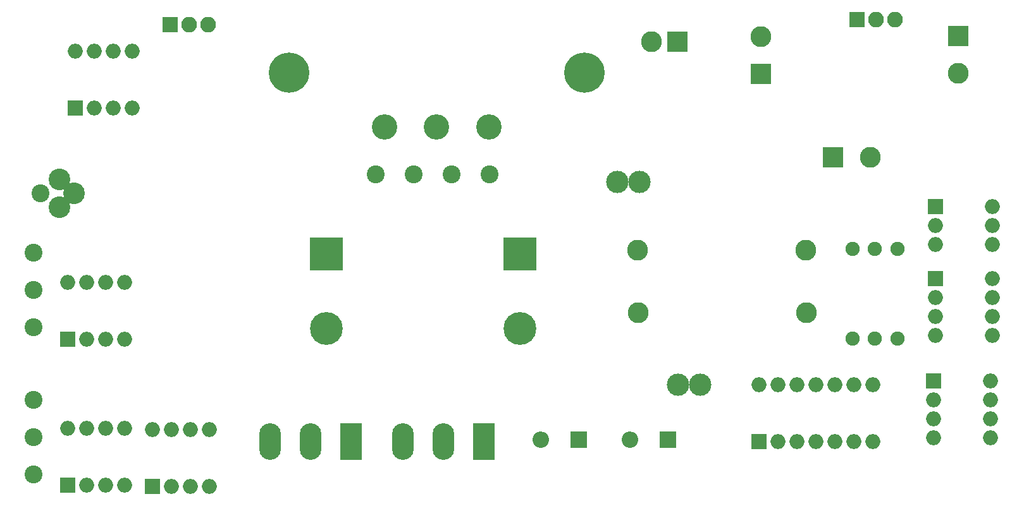
<source format=gbr>
G04 #@! TF.FileFunction,Soldermask,Bot*
%FSLAX46Y46*%
G04 Gerber Fmt 4.6, Leading zero omitted, Abs format (unit mm)*
G04 Created by KiCad (PCBNEW 4.0.7) date 01/09/18 02:32:33*
%MOMM*%
%LPD*%
G01*
G04 APERTURE LIST*
%ADD10C,0.100000*%
%ADD11C,2.400000*%
%ADD12R,2.800000X2.800000*%
%ADD13C,2.800000*%
%ADD14R,2.200000X2.200000*%
%ADD15O,2.200000X2.200000*%
%ADD16C,3.400000*%
%ADD17C,5.400000*%
%ADD18C,2.900000*%
%ADD19C,3.000000*%
%ADD20R,2.900000X4.900000*%
%ADD21O,2.900000X4.900000*%
%ADD22R,2.000000X2.000000*%
%ADD23O,2.000000X2.000000*%
%ADD24C,1.900000*%
%ADD25R,4.400000X4.400000*%
%ADD26C,4.400000*%
%ADD27R,2.100000X2.100000*%
%ADD28O,2.100000X2.100000*%
G04 APERTURE END LIST*
D10*
D11*
X83439000Y-104140000D03*
X83439000Y-109140000D03*
X83439000Y-99140000D03*
D12*
X180848000Y-75184000D03*
D13*
X180848000Y-70184000D03*
D12*
X207264000Y-70104000D03*
D13*
X207264000Y-75104000D03*
D12*
X190500000Y-86360000D03*
D13*
X195500000Y-86360000D03*
D11*
X139446000Y-88646000D03*
X134366000Y-88646000D03*
X129286000Y-88646000D03*
X144526000Y-88646000D03*
D14*
X156464000Y-124206000D03*
D15*
X151384000Y-124206000D03*
D14*
X168402000Y-124206000D03*
D15*
X163322000Y-124206000D03*
D13*
X166172000Y-70866000D03*
D12*
X169672000Y-70866000D03*
D16*
X137414000Y-82296000D03*
X144414000Y-82296000D03*
X130414000Y-82296000D03*
D17*
X157164000Y-74996000D03*
X117664000Y-74996000D03*
D11*
X84399000Y-91186000D03*
D18*
X88899000Y-91186000D03*
X86899000Y-89336000D03*
X86899000Y-93036000D03*
D19*
X172720000Y-116840000D03*
X169720000Y-116840000D03*
X164592000Y-89662000D03*
X161592000Y-89662000D03*
D20*
X125984000Y-124460000D03*
D21*
X120534000Y-124460000D03*
X115084000Y-124460000D03*
D20*
X143764000Y-124460000D03*
D21*
X138314000Y-124460000D03*
X132864000Y-124460000D03*
D11*
X83439000Y-123872000D03*
X83439000Y-128872000D03*
X83439000Y-118872000D03*
D22*
X180594000Y-124460000D03*
D23*
X195834000Y-116840000D03*
X183134000Y-124460000D03*
X193294000Y-116840000D03*
X185674000Y-124460000D03*
X190754000Y-116840000D03*
X188214000Y-124460000D03*
X188214000Y-116840000D03*
X190754000Y-124460000D03*
X185674000Y-116840000D03*
X193294000Y-124460000D03*
X183134000Y-116840000D03*
X195834000Y-124460000D03*
X180594000Y-116840000D03*
D22*
X204216000Y-102616000D03*
D23*
X211836000Y-110236000D03*
X204216000Y-105156000D03*
X211836000Y-107696000D03*
X204216000Y-107696000D03*
X211836000Y-105156000D03*
X204216000Y-110236000D03*
X211836000Y-102616000D03*
D22*
X203962000Y-116332000D03*
D23*
X211582000Y-123952000D03*
X203962000Y-118872000D03*
X211582000Y-121412000D03*
X203962000Y-121412000D03*
X211582000Y-118872000D03*
X203962000Y-123952000D03*
X211582000Y-116332000D03*
D22*
X89027000Y-79756000D03*
D23*
X96647000Y-72136000D03*
X91567000Y-79756000D03*
X94107000Y-72136000D03*
X94107000Y-79756000D03*
X91567000Y-72136000D03*
X96647000Y-79756000D03*
X89027000Y-72136000D03*
D22*
X88011000Y-110744000D03*
D23*
X95631000Y-103124000D03*
X90551000Y-110744000D03*
X93091000Y-103124000D03*
X93091000Y-110744000D03*
X90551000Y-103124000D03*
X95631000Y-110744000D03*
X88011000Y-103124000D03*
D22*
X99408000Y-130500999D03*
D23*
X107028000Y-122880999D03*
X101948000Y-130500999D03*
X104488000Y-122880999D03*
X104488000Y-130500999D03*
X101948000Y-122880999D03*
X107028000Y-130500999D03*
X99408000Y-122880999D03*
D22*
X88011000Y-130302000D03*
D23*
X95631000Y-122682000D03*
X90551000Y-130302000D03*
X93091000Y-122682000D03*
X93091000Y-130302000D03*
X90551000Y-122682000D03*
X95631000Y-130302000D03*
X88011000Y-122682000D03*
D22*
X204216000Y-92964000D03*
D23*
X211836000Y-98044000D03*
X204216000Y-95504000D03*
X211836000Y-95504000D03*
X204216000Y-98044000D03*
X211836000Y-92964000D03*
D24*
X193088000Y-110648000D03*
X196088000Y-110648000D03*
X193088000Y-98648000D03*
X196088000Y-98648000D03*
X199088000Y-110648000D03*
X199088000Y-98648000D03*
D13*
X164338000Y-98806000D03*
X186838000Y-98806000D03*
X186944000Y-107188000D03*
X164444000Y-107188000D03*
D25*
X148590000Y-99314000D03*
D26*
X148590000Y-109314000D03*
D25*
X122682000Y-99314000D03*
D26*
X122682000Y-109314000D03*
D27*
X101727000Y-68580000D03*
D28*
X104267000Y-68580000D03*
X106807000Y-68580000D03*
D27*
X193675000Y-67945000D03*
D28*
X196215000Y-67945000D03*
X198755000Y-67945000D03*
M02*

</source>
